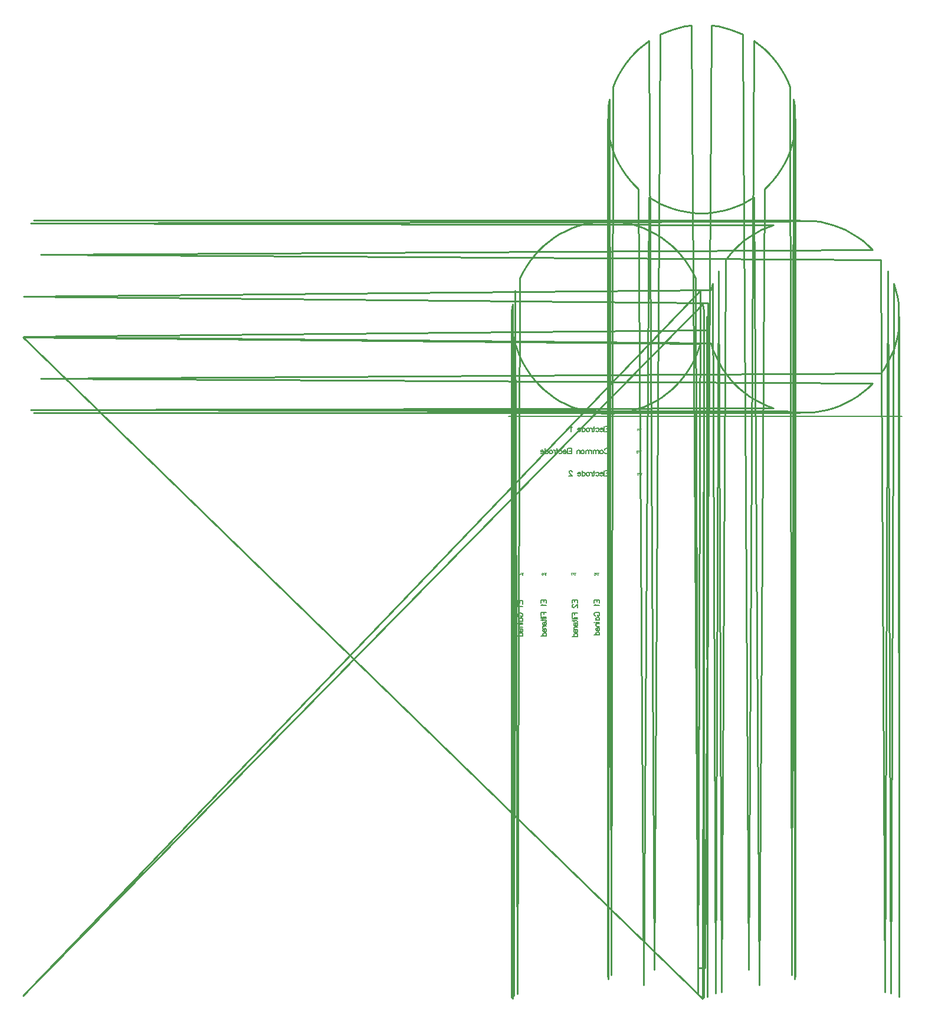
<source format=gbo>
%FSTAX23Y23*%
%MOMM*%
%SFA1B1*%

%IPPOS*%
%ADD44C,0.254000*%
%ADD52C,0.199898*%
%ADD59C,0.050800*%
%ADD98C,0.127000*%
%LNheadband-pcb-1*%
%LPD*%
G54D44*
X136609Y108457D02*
D01*
X136575Y10942*
X136474Y110378*
X136307Y111327*
X136074Y112261*
X135776Y113177*
X135415Y11407*
X134993Y114936*
X134512Y11577*
X133973Y116569*
X13338Y117328*
X132735Y118044*
X132043Y118713*
X131305Y119332*
X130525Y119898*
X129709Y120409*
X128858Y120861*
X127978Y121253*
X127073Y121582*
X126147Y121848*
X125205Y122048*
X124251Y122182*
X12329Y122249*
X122327*
X121366Y122182*
X120412Y122048*
X11947Y121848*
X118544Y121582*
X117639Y121253*
X116759Y120861*
X115908Y120409*
X115092Y119898*
X114312Y119332*
X113574Y118713*
X112882Y118044*
X112237Y117328*
X111644Y116569*
X111105Y11577*
X110624Y114936*
X110201Y11407*
X109841Y113177*
X109543Y112261*
X10931Y111327*
X109143Y110378*
X109042Y10942*
X109008Y108457*
X109042Y107495*
X109143Y106537*
X10931Y105588*
X109543Y104654*
X109841Y103738*
X110201Y102844*
X110624Y101979*
X111105Y101145*
X111644Y100346*
X112237Y99587*
X112882Y98871*
X113574Y98202*
X114312Y97583*
X115092Y97017*
X115908Y96506*
X116759Y96054*
X117639Y95662*
X118544Y95333*
X11947Y95067*
X120412Y94867*
X121366Y94733*
X122327Y94666*
X12329*
X124251Y94733*
X125205Y94867*
X126147Y95067*
X127073Y95333*
X127978Y95662*
X128858Y96054*
X129709Y96506*
X130525Y97017*
X131305Y97583*
X132043Y98202*
X132735Y98871*
X13338Y99587*
X133973Y100346*
X134512Y101145*
X134993Y101979*
X135415Y102844*
X135776Y103738*
X136074Y104654*
X136307Y105588*
X136474Y106537*
X136575Y107495*
X136609Y108457*
X121704Y136778D02*
D01*
X121671Y13772*
X121572Y138657*
X121409Y139585*
X121181Y1405*
X120889Y141396*
X120536Y142269*
X120123Y143116*
X119652Y143932*
X119125Y144714*
X118545Y145456*
X117915Y146156*
X117237Y146811*
X116515Y147417*
X115753Y147971*
X114954Y14847*
X114122Y148912*
X113261Y149296*
X112375Y149618*
X111469Y149878*
X110548Y150073*
X109615Y150205*
X108675Y15027*
X107732*
X106792Y150205*
X105859Y150073*
X104938Y149878*
X104032Y149618*
X103146Y149296*
X102285Y148912*
X101453Y14847*
X100654Y147971*
X99892Y147417*
X9917Y146811*
X98492Y146156*
X97862Y145456*
X97282Y144714*
X96755Y143932*
X96284Y143116*
X95871Y142269*
X95518Y141396*
X95226Y1405*
X94998Y139585*
X94835Y138657*
X94736Y13772*
X94703Y136778*
X94736Y135837*
X94835Y1349*
X94998Y133972*
X95226Y133057*
X95518Y132161*
X95871Y131288*
X96284Y130441*
X96755Y129625*
X97282Y128843*
X97862Y128101*
X98492Y127401*
X9917Y126746*
X99892Y12614*
X100654Y125586*
X101453Y125087*
X102285Y124645*
X103146Y124261*
X104032Y123939*
X104938Y123679*
X105859Y123483*
X106792Y123352*
X107732Y123287*
X108675*
X109615Y123352*
X110548Y123483*
X111469Y123679*
X112375Y123939*
X113261Y124261*
X114122Y124645*
X114954Y125087*
X115753Y125586*
X116515Y12614*
X117237Y126746*
X117915Y127401*
X118545Y128101*
X119125Y128843*
X119652Y129625*
X120123Y130441*
X120536Y131288*
X120889Y132161*
X121181Y133057*
X121409Y133972*
X121572Y1349*
X121671Y135837*
X121704Y136778*
X108542Y10833D02*
D01*
X108508Y109293*
X108407Y110251*
X10824Y1112*
X108007Y112134*
X107709Y11305*
X107348Y113943*
X106926Y114809*
X106445Y115643*
X105906Y116442*
X105313Y117201*
X104668Y117917*
X103976Y118586*
X103238Y119205*
X102458Y119771*
X101642Y120282*
X100791Y120734*
X99911Y121126*
X99006Y121455*
X9808Y121721*
X97138Y121921*
X96184Y122055*
X95223Y122122*
X9426*
X93299Y122055*
X92345Y121921*
X91403Y121721*
X90477Y121455*
X89572Y121126*
X88692Y120734*
X87841Y120282*
X87025Y119771*
X86245Y119205*
X85507Y118586*
X84815Y117917*
X8417Y117201*
X83577Y116442*
X83038Y115643*
X82557Y114809*
X82134Y113943*
X81774Y11305*
X81476Y112134*
X81243Y1112*
X81076Y110251*
X80975Y109293*
X80941Y10833*
X80975Y107368*
X81076Y10641*
X81243Y105461*
X81476Y104527*
X81774Y103611*
X82134Y102717*
X82557Y101852*
X83038Y101018*
X83577Y100219*
X8417Y9946*
X84815Y98744*
X85507Y98075*
X86245Y97456*
X87025Y9689*
X87841Y96379*
X88692Y95927*
X89572Y95535*
X90477Y95206*
X91403Y9494*
X92345Y9474*
X93299Y94606*
X9426Y94539*
X95223*
X96184Y94606*
X97138Y9474*
X9808Y9494*
X99006Y95206*
X99911Y95535*
X100791Y95927*
X101642Y96379*
X102458Y9689*
X103238Y97456*
X103976Y98075*
X104668Y98744*
X105313Y9946*
X105906Y100219*
X106445Y101018*
X106926Y101852*
X107348Y102717*
X107709Y103611*
X108007Y104527*
X10824Y105461*
X108407Y10641*
X108508Y107368*
X108542Y10833*
G54D52*
X80517Y94106D02*
X137032D01*
G54D59*
X90068Y71678D02*
Y71373D01*
X90169Y71678D02*
X89966D01*
X8993Y71519D02*
X89799D01*
X89756Y71533*
X89742Y71548*
X89727Y71577*
Y7162*
X89742Y71649*
X89756Y71664*
X89799Y71678*
X8993*
Y71373*
X89456Y71678D02*
X89601Y71373D01*
X89659Y71678D02*
X89456D01*
X85877D02*
Y71373D01*
X85978Y71678D02*
X85775D01*
X85739Y71519D02*
X85608D01*
X85565Y71533*
X85551Y71548*
X85536Y71577*
Y7162*
X85551Y71649*
X85565Y71664*
X85608Y71678*
X85739*
Y71373*
X85293Y71635D02*
X85308Y71664D01*
X85352Y71678*
X85381*
X85424Y71664*
X85453Y7162*
X85468Y71548*
Y71475*
X85453Y71417*
X85424Y71388*
X85381Y71373*
X85366*
X85323Y71388*
X85293Y71417*
X85279Y71461*
Y71475*
X85293Y71519*
X85323Y71548*
X85366Y71562*
X85381*
X85424Y71548*
X85453Y71519*
X85468Y71475*
X9337Y71678D02*
Y71373D01*
X93471Y71678D02*
X93268D01*
X93232Y71519D02*
X93101D01*
X93058Y71533*
X93044Y71548*
X93029Y71577*
Y7162*
X93044Y71649*
X93058Y71664*
X93101Y71678*
X93232*
Y71373*
X92786Y71678D02*
X92932D01*
X92946Y71548*
X92932Y71562*
X92888Y71577*
X92845*
X92801Y71562*
X92772Y71533*
X92758Y7149*
Y71461*
X92772Y71417*
X92801Y71388*
X92845Y71373*
X92888*
X92932Y71388*
X92946Y71402*
X92961Y71431*
X82575Y71678D02*
Y71373D01*
X82676Y71678D02*
X82473D01*
X82437Y71519D02*
X82306D01*
X82263Y71533*
X82249Y71548*
X82234Y71577*
Y7162*
X82249Y71649*
X82263Y71664*
X82306Y71678*
X82437*
Y71373*
X82021Y71678D02*
X82166Y71475D01*
X81948*
X82021Y71678D02*
Y71373D01*
X99593Y86029D02*
Y85724D01*
X99694Y86029D02*
X99491D01*
X99455Y8587D02*
X99324D01*
X99281Y85884*
X99267Y85899*
X99252Y85928*
Y85971*
X99267Y86*
X99281Y86015*
X99324Y86029*
X99455*
Y85724*
X99169Y85957D02*
Y85971D01*
X99155Y86*
X9914Y86015*
X99111Y86029*
X99053*
X99024Y86015*
X99009Y86*
X98995Y85971*
Y85942*
X99009Y85913*
X99039Y8587*
X99184Y85724*
X98981*
X99466Y89204D02*
Y88899D01*
X99567Y89204D02*
X99364D01*
X99328Y89045D02*
X99197D01*
X99154Y89059*
X9914Y89074*
X99125Y89103*
Y89146*
X9914Y89175*
X99154Y8919*
X99197Y89204*
X99328*
Y88899*
X99028Y89204D02*
X98868D01*
X98955Y89088*
X98912*
X98882Y89074*
X98868Y89059*
X98854Y89016*
Y88987*
X98868Y88943*
X98897Y88914*
X98941Y88899*
X98984*
X99028Y88914*
X99042Y88928*
X99057Y88958*
X99466Y92379D02*
Y92074D01*
X99567Y92379D02*
X99364D01*
X99328Y9222D02*
X99197D01*
X99154Y92234*
X9914Y92249*
X99125Y92278*
Y92321*
X9914Y9235*
X99154Y92365*
X99197Y92379*
X99328*
Y92074*
X99057Y92321D02*
X99028Y92336D01*
X98984Y92379*
Y92074*
G54D98*
X92836Y67346D02*
Y67817D01*
X93598*
Y67346*
X93199Y67817D02*
Y67527D01*
X92982Y67219D02*
X92945Y67146D01*
X92836Y67037*
X93598*
X93018Y65518D02*
X92945Y65554D01*
X92873Y65626*
X92836Y65699*
Y65844*
X92873Y65917*
X92945Y65989*
X93018Y66025*
X93127Y66062*
X93308*
X93417Y66025*
X9349Y65989*
X93562Y65917*
X93598Y65844*
Y65699*
X93562Y65626*
X9349Y65554*
X93417Y65518*
X93308*
Y65699D02*
Y65518D01*
X9309Y64908D02*
X93598D01*
X93199D02*
X93127Y64981D01*
X9309Y65053*
Y65162*
X93127Y65235*
X93199Y65307*
X93308Y65343*
X93381*
X9349Y65307*
X93562Y65235*
X93598Y65162*
Y65053*
X93562Y64981*
X9349Y64908*
X92836Y64632D02*
X92873Y64596D01*
X92836Y6456*
X928Y64596*
X92836Y64632*
X9309Y64596D02*
X93598D01*
X9309Y64426D02*
X93598D01*
X93236D02*
X93127Y64317D01*
X9309Y64244*
Y64135*
X93127Y64063*
X93236Y64027*
X93598*
X93308Y63827D02*
Y63392D01*
X93236*
X93163Y63428*
X93127Y63464*
X9309Y63537*
Y63646*
X93127Y63718*
X93199Y63791*
X93308Y63827*
X93381*
X9349Y63791*
X93562Y63718*
X93598Y63646*
Y63537*
X93562Y63464*
X9349Y63392*
X92836Y62793D02*
X93598D01*
X93199D02*
X93127Y62866D01*
X9309Y62938*
Y63047*
X93127Y6312*
X93199Y63192*
X93308Y63228*
X93381*
X9349Y63192*
X93562Y6312*
X93598Y63047*
Y62938*
X93562Y62866*
X9349Y62793*
X89661Y67346D02*
Y67817D01*
X90423*
Y67346*
X90024Y67817D02*
Y67527D01*
X89843Y67182D02*
X89807D01*
X89734Y67146*
X89698Y6711*
X89661Y67037*
Y66892*
X89698Y6682*
X89734Y66783*
X89807Y66747*
X89879*
X89952Y66783*
X90061Y66856*
X90423Y67219*
Y66711*
X89661Y65942D02*
X90423D01*
X89661D02*
Y6547D01*
X90024Y65942D02*
Y65652D01*
X89661Y65311D02*
X89698Y65274D01*
X89661Y65238*
X89625Y65274*
X89661Y65311*
X89915Y65274D02*
X90423D01*
X89661Y65104D02*
X90423D01*
X89661Y64836D02*
X90278D01*
X90387Y64799*
X90423Y64727*
Y64654*
X89915Y64944D02*
Y6469D01*
X90133Y64545D02*
Y6411D01*
X90061*
X89988Y64146*
X89952Y64183*
X89915Y64255*
Y64364*
X89952Y64437*
X90024Y64509*
X90133Y64545*
X90206*
X90315Y64509*
X90387Y64437*
X90423Y64364*
Y64255*
X90387Y64183*
X90315Y6411*
X89915Y63947D02*
X90423D01*
X90133D02*
X90024Y6391D01*
X89952Y63838*
X89915Y63765*
Y63656*
X90133Y63587D02*
Y63152D01*
X90061*
X89988Y63188*
X89952Y63225*
X89915Y63297*
Y63406*
X89952Y63479*
X90024Y63551*
X90133Y63587*
X90206*
X90315Y63551*
X90387Y63479*
X90423Y63406*
Y63297*
X90387Y63225*
X90315Y63152*
X89661Y62554D02*
X90423D01*
X90024D02*
X89952Y62626D01*
X89915Y62699*
Y62808*
X89952Y6288*
X90024Y62953*
X90133Y62989*
X90206*
X90315Y62953*
X90387Y6288*
X90423Y62808*
Y62699*
X90387Y62626*
X90315Y62554*
X85216Y67346D02*
Y67817D01*
X85978*
Y67346*
X85579Y67817D02*
Y67527D01*
X85362Y67219D02*
X85325Y67146D01*
X85216Y67037*
X85978*
X85216Y66062D02*
X85978D01*
X85216D02*
Y6559D01*
X85579Y66062D02*
Y65772D01*
X85216Y6543D02*
X85253Y65394D01*
X85216Y65358*
X8518Y65394*
X85216Y6543*
X8547Y65394D02*
X85978D01*
X85216Y65224D02*
X85978D01*
X85216Y64955D02*
X85833D01*
X85942Y64919*
X85978Y64846*
Y64774*
X8547Y65064D02*
Y6481D01*
X85688Y64665D02*
Y64229D01*
X85616*
X85543Y64266*
X85507Y64302*
X8547Y64375*
Y64483*
X85507Y64556*
X85579Y64629*
X85688Y64665*
X85761*
X8587Y64629*
X85942Y64556*
X85978Y64483*
Y64375*
X85942Y64302*
X8587Y64229*
X8547Y64066D02*
X85978D01*
X85688D02*
X85579Y6403D01*
X85507Y63957*
X8547Y63885*
Y63776*
X85688Y63707D02*
Y63272D01*
X85616*
X85543Y63308*
X85507Y63345*
X8547Y63417*
Y63526*
X85507Y63598*
X85579Y63671*
X85688Y63707*
X85761*
X8587Y63671*
X85942Y63598*
X85978Y63526*
Y63417*
X85942Y63345*
X8587Y63272*
X85216Y62673D02*
X85978D01*
X85579D02*
X85507Y62746D01*
X8547Y62819*
Y62927*
X85507Y63*
X85579Y63072*
X85688Y63109*
X85761*
X8587Y63072*
X85942Y63*
X85978Y62927*
Y62819*
X85942Y62746*
X8587Y62673*
X81787Y67219D02*
Y6769D01*
X82549*
Y67219*
X8215Y6769D02*
Y674D01*
X81933Y67092D02*
X81896Y67019D01*
X81787Y6691*
X82549*
X81969Y65391D02*
X81896Y65427D01*
X81824Y65499*
X81787Y65572*
Y65717*
X81824Y6579*
X81896Y65862*
X81969Y65898*
X82078Y65935*
X82259*
X82368Y65898*
X82441Y65862*
X82513Y6579*
X82549Y65717*
Y65572*
X82513Y65499*
X82441Y65427*
X82368Y65391*
X82259*
Y65572D02*
Y65391D01*
X82041Y64781D02*
X82549D01*
X8215D02*
X82078Y64854D01*
X82041Y64926*
Y65035*
X82078Y65108*
X8215Y6518*
X82259Y65216*
X82332*
X82441Y6518*
X82513Y65108*
X82549Y65035*
Y64926*
X82513Y64854*
X82441Y64781*
X81787Y64505D02*
X81824Y64469D01*
X81787Y64433*
X81751Y64469*
X81787Y64505*
X82041Y64469D02*
X82549D01*
X82041Y64299D02*
X82549D01*
X82187D02*
X82078Y6419D01*
X82041Y64117*
Y64008*
X82078Y63936*
X82187Y639*
X82549*
X82259Y637D02*
Y63265D01*
X82187*
X82114Y63301*
X82078Y63337*
X82041Y6341*
Y63519*
X82078Y63591*
X8215Y63664*
X82259Y637*
X82332*
X82441Y63664*
X82513Y63591*
X82549Y63519*
Y6341*
X82513Y63337*
X82441Y63265*
X81787Y62666D02*
X82549D01*
X8215D02*
X82078Y62739D01*
X82041Y62811*
Y6292*
X82078Y62993*
X8215Y63065*
X82259Y63101*
X82332*
X82441Y63065*
X82513Y62993*
X82549Y6292*
Y62811*
X82513Y62739*
X82441Y62666*
X94397Y86359D02*
X94868D01*
Y85597*
X94397*
X94868Y85997D02*
X94578D01*
X9427Y86359D02*
Y85597D01*
X9411Y85888D02*
X93675D01*
Y8596*
X93711Y86033*
X93748Y86069*
X9382Y86105*
X93929*
X94001Y86069*
X94074Y85997*
X9411Y85888*
Y85815*
X94074Y85706*
X94001Y85634*
X93929Y85597*
X9382*
X93748Y85634*
X93675Y85706*
X93076Y85997D02*
X93149Y86069D01*
X93222Y86105*
X9333*
X93403Y86069*
X93476Y85997*
X93512Y85888*
Y85815*
X93476Y85706*
X93403Y85634*
X9333Y85597*
X93222*
X93149Y85634*
X93076Y85706*
X92804Y86359D02*
Y85743D01*
X92768Y85634*
X92696Y85597*
X92623*
X92913Y86105D02*
X92659D01*
X92514D02*
Y85597D01*
Y85888D02*
X92478Y85997D01*
X92405Y86069*
X92333Y86105*
X92224*
X91973D02*
X92046Y86069D01*
X92119Y85997*
X92155Y85888*
Y85815*
X92119Y85706*
X92046Y85634*
X91973Y85597*
X91865*
X91792Y85634*
X9172Y85706*
X91683Y85815*
Y85888*
X9172Y85997*
X91792Y86069*
X91865Y86105*
X91973*
X91081Y86359D02*
Y85597D01*
Y85997D02*
X91154Y86069D01*
X91226Y86105*
X91335*
X91407Y86069*
X9148Y85997*
X91516Y85888*
Y85815*
X9148Y85706*
X91407Y85634*
X91335Y85597*
X91226*
X91154Y85634*
X91081Y85706*
X90878Y85888D02*
X90443D01*
Y8596*
X90479Y86033*
X90515Y86069*
X90588Y86105*
X90697*
X90769Y86069*
X90842Y85997*
X90878Y85888*
Y85815*
X90842Y85706*
X90769Y85634*
X90697Y85597*
X90588*
X90515Y85634*
X90443Y85706*
X89644Y86178D02*
Y86214D01*
X89608Y86287*
X89572Y86323*
X89499Y86359*
X89354*
X89282Y86323*
X89245Y86287*
X89209Y86214*
Y86142*
X89245Y86069*
X89318Y8596*
X89681Y85597*
X89173*
X94324Y89353D02*
X9436Y89426D01*
X94433Y89498*
X94506Y89534*
X94651*
X94723Y89498*
X94796Y89426*
X94832Y89353*
X94868Y89244*
Y89063*
X94832Y88954*
X94796Y88881*
X94723Y88809*
X94651Y88772*
X94506*
X94433Y88809*
X9436Y88881*
X94324Y88954*
X93929Y8928D02*
X94002Y89244D01*
X94074Y89172*
X9411Y89063*
Y8899*
X94074Y88881*
X94002Y88809*
X93929Y88772*
X9382*
X93748Y88809*
X93675Y88881*
X93639Y8899*
Y89063*
X93675Y89172*
X93748Y89244*
X9382Y8928*
X93929*
X93472D02*
Y88772D01*
Y89135D02*
X93363Y89244D01*
X9329Y8928*
X93182*
X93109Y89244*
X93073Y89135*
Y88772*
Y89135D02*
X92964Y89244D01*
X92891Y8928*
X92782*
X9271Y89244*
X92674Y89135*
Y88772*
X92434Y8928D02*
Y88772D01*
Y89135D02*
X92325Y89244D01*
X92253Y8928*
X92144*
X92071Y89244*
X92035Y89135*
Y88772*
Y89135D02*
X91926Y89244D01*
X91854Y8928*
X91745*
X91672Y89244*
X91636Y89135*
Y88772*
X91215Y8928D02*
X91288Y89244D01*
X91361Y89172*
X91397Y89063*
Y8899*
X91361Y88881*
X91288Y88809*
X91215Y88772*
X91107*
X91034Y88809*
X90961Y88881*
X90925Y8899*
Y89063*
X90961Y89172*
X91034Y89244*
X91107Y8928*
X91215*
X90758D02*
Y88772D01*
Y89135D02*
X90649Y89244D01*
X90577Y8928*
X90468*
X90396Y89244*
X90359Y89135*
Y88772*
X89089Y89534D02*
X89561D01*
Y88772*
X89089*
X89561Y89172D02*
X89271D01*
X88962Y89534D02*
Y88772D01*
X88803Y89063D02*
X88367D01*
Y89135*
X88404Y89208*
X8844Y89244*
X88513Y8928*
X88621*
X88694Y89244*
X88767Y89172*
X88803Y89063*
Y8899*
X88767Y88881*
X88694Y88809*
X88621Y88772*
X88513*
X8844Y88809*
X88367Y88881*
X87769Y89172D02*
X87841Y89244D01*
X87914Y8928*
X88023*
X88095Y89244*
X88168Y89172*
X88204Y89063*
Y8899*
X88168Y88881*
X88095Y88809*
X88023Y88772*
X87914*
X87841Y88809*
X87769Y88881*
X87497Y89534D02*
Y88918D01*
X87461Y88809*
X87388Y88772*
X87315*
X87606Y8928D02*
X87352D01*
X87207D02*
Y88772D01*
Y89063D02*
X8717Y89172D01*
X87098Y89244*
X87025Y8928*
X86916*
X86666D02*
X86739Y89244D01*
X86811Y89172*
X86847Y89063*
Y8899*
X86811Y88881*
X86739Y88809*
X86666Y88772*
X86557*
X86485Y88809*
X86412Y88881*
X86376Y8899*
Y89063*
X86412Y89172*
X86485Y89244*
X86557Y8928*
X86666*
X85774Y89534D02*
Y88772D01*
Y89172D02*
X85846Y89244D01*
X85919Y8928*
X86028*
X861Y89244*
X86173Y89172*
X86209Y89063*
Y8899*
X86173Y88881*
X861Y88809*
X86028Y88772*
X85919*
X85846Y88809*
X85774Y88881*
X85571Y89063D02*
X85135D01*
Y89135*
X85171Y89208*
X85208Y89244*
X8528Y8928*
X85389*
X85462Y89244*
X85534Y89172*
X85571Y89063*
Y8899*
X85534Y88881*
X85462Y88809*
X85389Y88772*
X8528*
X85208Y88809*
X85135Y88881*
X94397Y92709D02*
X94868D01*
Y91947*
X94397*
X94868Y92347D02*
X94578D01*
X9427Y92709D02*
Y91947D01*
X9411Y92238D02*
X93675D01*
Y9231*
X93711Y92383*
X93748Y92419*
X9382Y92455*
X93929*
X94001Y92419*
X94074Y92347*
X9411Y92238*
Y92165*
X94074Y92056*
X94001Y91984*
X93929Y91947*
X9382*
X93748Y91984*
X93675Y92056*
X93076Y92347D02*
X93149Y92419D01*
X93222Y92455*
X9333*
X93403Y92419*
X93476Y92347*
X93512Y92238*
Y92165*
X93476Y92056*
X93403Y91984*
X9333Y91947*
X93222*
X93149Y91984*
X93076Y92056*
X92804Y92709D02*
Y92093D01*
X92768Y91984*
X92696Y91947*
X92623*
X92913Y92455D02*
X92659D01*
X92514D02*
Y91947D01*
Y92238D02*
X92478Y92347D01*
X92405Y92419*
X92333Y92455*
X92224*
X91973D02*
X92046Y92419D01*
X92119Y92347*
X92155Y92238*
Y92165*
X92119Y92056*
X92046Y91984*
X91973Y91947*
X91865*
X91792Y91984*
X9172Y92056*
X91683Y92165*
Y92238*
X9172Y92347*
X91792Y92419*
X91865Y92455*
X91973*
X91081Y92709D02*
Y91947D01*
Y92347D02*
X91154Y92419D01*
X91226Y92455*
X91335*
X91407Y92419*
X9148Y92347*
X91516Y92238*
Y92165*
X9148Y92056*
X91407Y91984*
X91335Y91947*
X91226*
X91154Y91984*
X91081Y92056*
X90878Y92238D02*
X90443D01*
Y9231*
X90479Y92383*
X90515Y92419*
X90588Y92455*
X90697*
X90769Y92419*
X90842Y92347*
X90878Y92238*
Y92165*
X90842Y92056*
X90769Y91984*
X90697Y91947*
X90588*
X90515Y91984*
X90443Y92056*
X89681Y92564D02*
X89608Y92601D01*
X89499Y92709*
Y91947*
M02*
</source>
